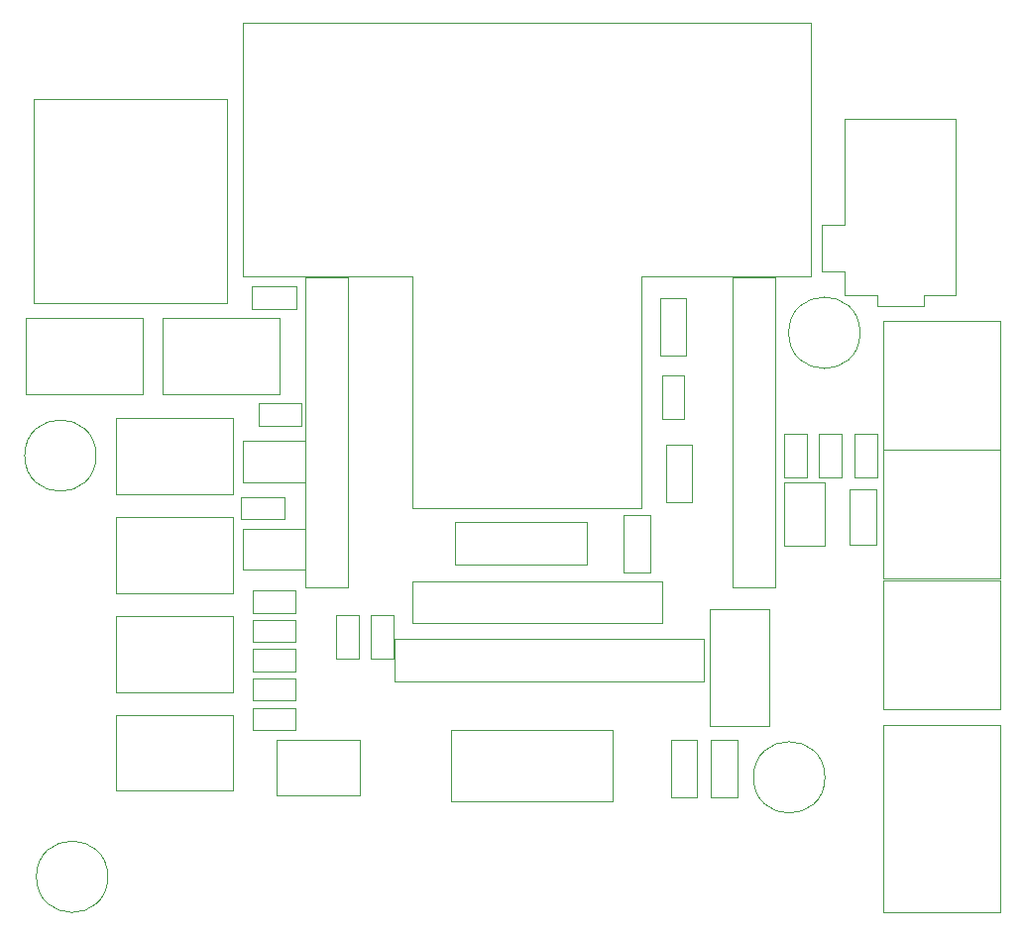
<source format=gbr>
%TF.GenerationSoftware,KiCad,Pcbnew,8.0.3*%
%TF.CreationDate,2024-06-29T17:40:49+07:00*%
%TF.ProjectId,solder-reflow,736f6c64-6572-42d7-9265-666c6f772e6b,rev?*%
%TF.SameCoordinates,Original*%
%TF.FileFunction,Other,User*%
%FSLAX46Y46*%
G04 Gerber Fmt 4.6, Leading zero omitted, Abs format (unit mm)*
G04 Created by KiCad (PCBNEW 8.0.3) date 2024-06-29 17:40:49*
%MOMM*%
%LPD*%
G01*
G04 APERTURE LIST*
%ADD10C,0.050000*%
G04 APERTURE END LIST*
D10*
%TO.C,D8*%
X155380000Y-94550000D02*
X157620000Y-94550000D01*
X155380000Y-99450000D02*
X155380000Y-94550000D01*
X157620000Y-94550000D02*
X157620000Y-99450000D01*
X157620000Y-99450000D02*
X155380000Y-99450000D01*
%TO.C,R9*%
X123650000Y-106050000D02*
X127350000Y-106050000D01*
X123650000Y-107950000D02*
X123650000Y-106050000D01*
X127350000Y-106050000D02*
X127350000Y-107950000D01*
X127350000Y-107950000D02*
X123650000Y-107950000D01*
%TO.C,H1*%
X110300000Y-89500000D02*
G75*
G02*
X104200000Y-89500000I-3050000J0D01*
G01*
X104200000Y-89500000D02*
G75*
G02*
X110300000Y-89500000I3050000J0D01*
G01*
%TO.C,R23*%
X169100000Y-87650000D02*
X171000000Y-87650000D01*
X169100000Y-91350000D02*
X169100000Y-87650000D01*
X171000000Y-87650000D02*
X171000000Y-91350000D01*
X171000000Y-91350000D02*
X169100000Y-91350000D01*
%TO.C,U1*%
X125740000Y-113770000D02*
X125740000Y-118510000D01*
X125740000Y-113770000D02*
X132840000Y-113770000D01*
X132840000Y-118510000D02*
X125740000Y-118510000D01*
X132840000Y-118510000D02*
X132840000Y-113770000D01*
%TO.C,U6*%
X122840000Y-52500000D02*
X122840000Y-74190000D01*
X122840000Y-52500000D02*
X171340000Y-52500000D01*
X122840000Y-74190000D02*
X137340000Y-74190000D01*
X137340000Y-93990000D02*
X137340000Y-74190000D01*
X137340000Y-93990000D02*
X156840000Y-93990000D01*
X156840000Y-74190000D02*
X156840000Y-93990000D01*
X156840000Y-74190000D02*
X171340000Y-74190000D01*
X171340000Y-52500000D02*
X171340000Y-74190000D01*
%TO.C,D3*%
X158470000Y-76040000D02*
X160710000Y-76040000D01*
X158470000Y-80940000D02*
X158470000Y-76040000D01*
X160710000Y-76040000D02*
X160710000Y-80940000D01*
X160710000Y-80940000D02*
X158470000Y-80940000D01*
%TO.C,RA1*%
X123650000Y-108550000D02*
X127350000Y-108550000D01*
X123650000Y-110450000D02*
X123650000Y-108550000D01*
X127350000Y-108550000D02*
X127350000Y-110450000D01*
X127350000Y-110450000D02*
X123650000Y-110450000D01*
%TO.C,J6*%
X104980000Y-58990000D02*
X104980000Y-76490000D01*
X104980000Y-76490000D02*
X121520000Y-76490000D01*
X121520000Y-58990000D02*
X104980000Y-58990000D01*
X121520000Y-76490000D02*
X121520000Y-58990000D01*
%TO.C,R25*%
X175100000Y-87650000D02*
X177000000Y-87650000D01*
X175100000Y-91350000D02*
X175100000Y-87650000D01*
X177000000Y-87650000D02*
X177000000Y-91350000D01*
X177000000Y-91350000D02*
X175100000Y-91350000D01*
%TO.C,J3*%
X177500000Y-89000000D02*
X177500000Y-100000000D01*
X177500000Y-100000000D02*
X187500000Y-100000000D01*
X187500000Y-89000000D02*
X177500000Y-89000000D01*
X187500000Y-100000000D02*
X187500000Y-89000000D01*
%TO.C,R10*%
X122650000Y-93050000D02*
X126350000Y-93050000D01*
X122650000Y-94950000D02*
X122650000Y-93050000D01*
X126350000Y-93050000D02*
X126350000Y-94950000D01*
X126350000Y-94950000D02*
X122650000Y-94950000D01*
%TO.C,SW2*%
X104250000Y-77750000D02*
X104250000Y-84250000D01*
X104250000Y-77750000D02*
X114250000Y-77750000D01*
X104250000Y-84250000D02*
X114250000Y-84250000D01*
X114250000Y-84250000D02*
X114250000Y-77750000D01*
%TO.C,H2*%
X175550000Y-79000000D02*
G75*
G02*
X169450000Y-79000000I-3050000J0D01*
G01*
X169450000Y-79000000D02*
G75*
G02*
X175550000Y-79000000I3050000J0D01*
G01*
%TO.C,Q3*%
X122800000Y-88250000D02*
X128200000Y-88250000D01*
X122800000Y-91750000D02*
X122800000Y-88250000D01*
X128200000Y-88250000D02*
X128200000Y-91750000D01*
X128200000Y-91750000D02*
X122800000Y-91750000D01*
%TO.C,C10*%
X123620000Y-75020000D02*
X127380000Y-75020000D01*
X123620000Y-76980000D02*
X123620000Y-75020000D01*
X127380000Y-75020000D02*
X127380000Y-76980000D01*
X127380000Y-76980000D02*
X123620000Y-76980000D01*
%TO.C,SW5*%
X112000000Y-94750000D02*
X112000000Y-101250000D01*
X112000000Y-94750000D02*
X122000000Y-94750000D01*
X112000000Y-101250000D02*
X122000000Y-101250000D01*
X122000000Y-101250000D02*
X122000000Y-94750000D01*
%TO.C,Q4*%
X122800000Y-95750000D02*
X128200000Y-95750000D01*
X122800000Y-99250000D02*
X122800000Y-95750000D01*
X128200000Y-95750000D02*
X128200000Y-99250000D01*
X128200000Y-99250000D02*
X122800000Y-99250000D01*
%TO.C,SW7*%
X112000000Y-111650000D02*
X112000000Y-118150000D01*
X112000000Y-111650000D02*
X122000000Y-111650000D01*
X112000000Y-118150000D02*
X122000000Y-118150000D01*
X122000000Y-118150000D02*
X122000000Y-111650000D01*
%TO.C,C3*%
X133770000Y-103120000D02*
X135730000Y-103120000D01*
X133770000Y-106880000D02*
X133770000Y-103120000D01*
X135730000Y-103120000D02*
X135730000Y-106880000D01*
X135730000Y-106880000D02*
X133770000Y-106880000D01*
%TO.C,J13*%
X140625000Y-112925000D02*
X140625000Y-119075000D01*
X140625000Y-119075000D02*
X154375000Y-119075000D01*
X154375000Y-112925000D02*
X140625000Y-112925000D01*
X154375000Y-119075000D02*
X154375000Y-112925000D01*
%TO.C,C1*%
X130770000Y-103120000D02*
X132730000Y-103120000D01*
X130770000Y-106880000D02*
X130770000Y-103120000D01*
X132730000Y-103120000D02*
X132730000Y-106880000D01*
X132730000Y-106880000D02*
X130770000Y-106880000D01*
%TO.C,H5*%
X111300000Y-125500000D02*
G75*
G02*
X105200000Y-125500000I-3050000J0D01*
G01*
X105200000Y-125500000D02*
G75*
G02*
X111300000Y-125500000I3050000J0D01*
G01*
%TO.C,J11*%
X137325000Y-100225000D02*
X158675000Y-100225000D01*
X137325000Y-103775000D02*
X137325000Y-100225000D01*
X158675000Y-100225000D02*
X158675000Y-103775000D01*
X158675000Y-103775000D02*
X137325000Y-103775000D01*
%TO.C,TH1*%
X162700000Y-102600000D02*
X162690000Y-112640000D01*
X162700000Y-102600000D02*
X167800000Y-102600000D01*
X167770000Y-112640000D02*
X162690000Y-112640000D01*
X167770000Y-112640000D02*
X167800000Y-102600000D01*
%TO.C,SW6*%
X112000000Y-103200000D02*
X112000000Y-109700000D01*
X112000000Y-103200000D02*
X122000000Y-103200000D01*
X112000000Y-109700000D02*
X122000000Y-109700000D01*
X122000000Y-109700000D02*
X122000000Y-103200000D01*
%TO.C,R3*%
X123650000Y-101050000D02*
X127350000Y-101050000D01*
X123650000Y-102950000D02*
X123650000Y-101050000D01*
X127350000Y-101050000D02*
X127350000Y-102950000D01*
X127350000Y-102950000D02*
X123650000Y-102950000D01*
%TO.C,RB1*%
X123650000Y-111050000D02*
X127350000Y-111050000D01*
X123650000Y-112950000D02*
X123650000Y-111050000D01*
X127350000Y-111050000D02*
X127350000Y-112950000D01*
X127350000Y-112950000D02*
X123650000Y-112950000D01*
%TO.C,R22*%
X158640000Y-82640000D02*
X160540000Y-82640000D01*
X158640000Y-86340000D02*
X158640000Y-82640000D01*
X160540000Y-82640000D02*
X160540000Y-86340000D01*
X160540000Y-86340000D02*
X158640000Y-86340000D01*
%TO.C,J8*%
X164700000Y-74275000D02*
X164700000Y-100725000D01*
X164700000Y-100725000D02*
X168300000Y-100725000D01*
X168300000Y-74275000D02*
X164700000Y-74275000D01*
X168300000Y-100725000D02*
X168300000Y-74275000D01*
%TO.C,J1*%
X177500000Y-112500000D02*
X177500000Y-128500000D01*
X177500000Y-128500000D02*
X187500000Y-128500000D01*
X187500000Y-112500000D02*
X177500000Y-112500000D01*
X187500000Y-128500000D02*
X187500000Y-112500000D01*
%TO.C,J9*%
X177500000Y-78000000D02*
X177500000Y-89000000D01*
X177500000Y-89000000D02*
X187500000Y-89000000D01*
X187500000Y-78000000D02*
X177500000Y-78000000D01*
X187500000Y-89000000D02*
X187500000Y-78000000D01*
%TO.C,SW4*%
X112000000Y-86300000D02*
X112000000Y-92800000D01*
X112000000Y-86300000D02*
X122000000Y-86300000D01*
X112000000Y-92800000D02*
X122000000Y-92800000D01*
X122000000Y-92800000D02*
X122000000Y-86300000D01*
%TO.C,R7*%
X124149998Y-85050000D02*
X127849998Y-85050000D01*
X124149998Y-86950000D02*
X124149998Y-85050000D01*
X127849998Y-85050000D02*
X127849998Y-86950000D01*
X127849998Y-86950000D02*
X124149998Y-86950000D01*
%TO.C,D2*%
X162805000Y-113810000D02*
X165045000Y-113810000D01*
X162805000Y-118710000D02*
X162805000Y-113810000D01*
X165045000Y-113810000D02*
X165045000Y-118710000D01*
X165045000Y-118710000D02*
X162805000Y-118710000D01*
%TO.C,J2*%
X140990000Y-95190000D02*
X140990000Y-98790000D01*
X140990000Y-98790000D02*
X152190000Y-98790000D01*
X152190000Y-95190000D02*
X140990000Y-95190000D01*
X152190000Y-98790000D02*
X152190000Y-95190000D01*
%TO.C,D7*%
X158970000Y-88540000D02*
X161210000Y-88540000D01*
X158970000Y-93440000D02*
X158970000Y-88540000D01*
X161210000Y-88540000D02*
X161210000Y-93440000D01*
X161210000Y-93440000D02*
X158970000Y-93440000D01*
%TO.C,R8*%
X123650000Y-103550000D02*
X127350000Y-103550000D01*
X123650000Y-105450000D02*
X123650000Y-103550000D01*
X127350000Y-103550000D02*
X127350000Y-105450000D01*
X127350000Y-105450000D02*
X123650000Y-105450000D01*
%TO.C,J5*%
X177500000Y-100194674D02*
X177500000Y-111194674D01*
X177500000Y-111194674D02*
X187500000Y-111194674D01*
X187500000Y-100194674D02*
X177500000Y-100194674D01*
X187500000Y-111194674D02*
X187500000Y-100194674D01*
%TO.C,J7*%
X135775000Y-105200000D02*
X135775000Y-108800000D01*
X135775000Y-108800000D02*
X162225000Y-108800000D01*
X162225000Y-105200000D02*
X135775000Y-105200000D01*
X162225000Y-108800000D02*
X162225000Y-105200000D01*
%TO.C,H4*%
X172550000Y-117000000D02*
G75*
G02*
X166450000Y-117000000I-3050000J0D01*
G01*
X166450000Y-117000000D02*
G75*
G02*
X172550000Y-117000000I3050000J0D01*
G01*
%TO.C,SW3*%
X116000000Y-77750000D02*
X116000000Y-84250000D01*
X116000000Y-77750000D02*
X126000000Y-77750000D01*
X116000000Y-84250000D02*
X126000000Y-84250000D01*
X126000000Y-84250000D02*
X126000000Y-77750000D01*
%TO.C,Q2*%
X169050000Y-91800000D02*
X172550000Y-91800000D01*
X169050000Y-97200000D02*
X169050000Y-91800000D01*
X172550000Y-91800000D02*
X172550000Y-97200000D01*
X172550000Y-97200000D02*
X169050000Y-97200000D01*
%TO.C,J4*%
X172250000Y-69750000D02*
X174250000Y-69750000D01*
X172250000Y-73750000D02*
X172250000Y-69750000D01*
X174250000Y-60750000D02*
X183750000Y-60750000D01*
X174250000Y-69750000D02*
X174250000Y-60750000D01*
X174250000Y-73750000D02*
X172250000Y-73750000D01*
X174250000Y-75750000D02*
X174250000Y-73750000D01*
X177000000Y-75750000D02*
X174250000Y-75750000D01*
X177000000Y-76750000D02*
X177000000Y-75750000D01*
X181000000Y-75750000D02*
X181000000Y-76750000D01*
X181000000Y-76750000D02*
X177000000Y-76750000D01*
X183500000Y-75750000D02*
X181000000Y-75750000D01*
X183500000Y-75750000D02*
X183750000Y-75750000D01*
X183750000Y-75750000D02*
X183750000Y-60750000D01*
%TO.C,D4*%
X174650000Y-92400000D02*
X176950000Y-92400000D01*
X174650000Y-97100000D02*
X174650000Y-92400000D01*
X174650000Y-97100000D02*
X176950000Y-97100000D01*
X176950000Y-92400000D02*
X176950000Y-97100000D01*
%TO.C,R24*%
X172050000Y-87650000D02*
X173950000Y-87650000D01*
X172050000Y-91350000D02*
X172050000Y-87650000D01*
X173950000Y-87650000D02*
X173950000Y-91350000D01*
X173950000Y-91350000D02*
X172050000Y-91350000D01*
%TO.C,J10*%
X128200000Y-74275000D02*
X128200000Y-100725000D01*
X128200000Y-100725000D02*
X131800000Y-100725000D01*
X131800000Y-74275000D02*
X128200000Y-74275000D01*
X131800000Y-100725000D02*
X131800000Y-74275000D01*
%TO.C,D5*%
X159395000Y-113800000D02*
X161635000Y-113800000D01*
X159395000Y-118700000D02*
X159395000Y-113800000D01*
X161635000Y-113800000D02*
X161635000Y-118700000D01*
X161635000Y-118700000D02*
X159395000Y-118700000D01*
%TD*%
M02*

</source>
